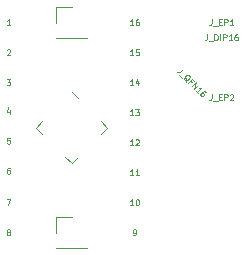
<source format=gbr>
G04 #@! TF.GenerationSoftware,KiCad,Pcbnew,(5.0.0-3-g5ebb6b6)*
G04 #@! TF.CreationDate,2019-03-06T19:57:38+00:00*
G04 #@! TF.ProjectId,QFN16,51464E31362E6B696361645F70636200,rev?*
G04 #@! TF.SameCoordinates,Original*
G04 #@! TF.FileFunction,Legend,Top*
G04 #@! TF.FilePolarity,Positive*
%FSLAX46Y46*%
G04 Gerber Fmt 4.6, Leading zero omitted, Abs format (unit mm)*
G04 Created by KiCad (PCBNEW (5.0.0-3-g5ebb6b6)) date Wednesday, 06 March 2019 at 19:57:38*
%MOMM*%
%LPD*%
G01*
G04 APERTURE LIST*
%ADD10C,0.125000*%
%ADD11C,0.120000*%
%ADD12C,0.050000*%
G04 APERTURE END LIST*
D10*
X143668761Y-56106190D02*
X143383047Y-56106190D01*
X143525904Y-56106190D02*
X143525904Y-55606190D01*
X143478285Y-55677619D01*
X143430666Y-55725238D01*
X143383047Y-55749047D01*
X144097333Y-55606190D02*
X144002095Y-55606190D01*
X143954476Y-55630000D01*
X143930666Y-55653809D01*
X143883047Y-55725238D01*
X143859238Y-55820476D01*
X143859238Y-56010952D01*
X143883047Y-56058571D01*
X143906857Y-56082380D01*
X143954476Y-56106190D01*
X144049714Y-56106190D01*
X144097333Y-56082380D01*
X144121142Y-56058571D01*
X144144952Y-56010952D01*
X144144952Y-55891904D01*
X144121142Y-55844285D01*
X144097333Y-55820476D01*
X144049714Y-55796666D01*
X143954476Y-55796666D01*
X143906857Y-55820476D01*
X143883047Y-55844285D01*
X143859238Y-55891904D01*
X143668761Y-58646190D02*
X143383047Y-58646190D01*
X143525904Y-58646190D02*
X143525904Y-58146190D01*
X143478285Y-58217619D01*
X143430666Y-58265238D01*
X143383047Y-58289047D01*
X144121142Y-58146190D02*
X143883047Y-58146190D01*
X143859238Y-58384285D01*
X143883047Y-58360476D01*
X143930666Y-58336666D01*
X144049714Y-58336666D01*
X144097333Y-58360476D01*
X144121142Y-58384285D01*
X144144952Y-58431904D01*
X144144952Y-58550952D01*
X144121142Y-58598571D01*
X144097333Y-58622380D01*
X144049714Y-58646190D01*
X143930666Y-58646190D01*
X143883047Y-58622380D01*
X143859238Y-58598571D01*
X143668761Y-61186190D02*
X143383047Y-61186190D01*
X143525904Y-61186190D02*
X143525904Y-60686190D01*
X143478285Y-60757619D01*
X143430666Y-60805238D01*
X143383047Y-60829047D01*
X144097333Y-60852857D02*
X144097333Y-61186190D01*
X143978285Y-60662380D02*
X143859238Y-61019523D01*
X144168761Y-61019523D01*
X143668761Y-63726190D02*
X143383047Y-63726190D01*
X143525904Y-63726190D02*
X143525904Y-63226190D01*
X143478285Y-63297619D01*
X143430666Y-63345238D01*
X143383047Y-63369047D01*
X143835428Y-63226190D02*
X144144952Y-63226190D01*
X143978285Y-63416666D01*
X144049714Y-63416666D01*
X144097333Y-63440476D01*
X144121142Y-63464285D01*
X144144952Y-63511904D01*
X144144952Y-63630952D01*
X144121142Y-63678571D01*
X144097333Y-63702380D01*
X144049714Y-63726190D01*
X143906857Y-63726190D01*
X143859238Y-63702380D01*
X143835428Y-63678571D01*
X143668761Y-66266190D02*
X143383047Y-66266190D01*
X143525904Y-66266190D02*
X143525904Y-65766190D01*
X143478285Y-65837619D01*
X143430666Y-65885238D01*
X143383047Y-65909047D01*
X143859238Y-65813809D02*
X143883047Y-65790000D01*
X143930666Y-65766190D01*
X144049714Y-65766190D01*
X144097333Y-65790000D01*
X144121142Y-65813809D01*
X144144952Y-65861428D01*
X144144952Y-65909047D01*
X144121142Y-65980476D01*
X143835428Y-66266190D01*
X144144952Y-66266190D01*
X143668761Y-68806190D02*
X143383047Y-68806190D01*
X143525904Y-68806190D02*
X143525904Y-68306190D01*
X143478285Y-68377619D01*
X143430666Y-68425238D01*
X143383047Y-68449047D01*
X144144952Y-68806190D02*
X143859238Y-68806190D01*
X144002095Y-68806190D02*
X144002095Y-68306190D01*
X143954476Y-68377619D01*
X143906857Y-68425238D01*
X143859238Y-68449047D01*
X143668761Y-71346190D02*
X143383047Y-71346190D01*
X143525904Y-71346190D02*
X143525904Y-70846190D01*
X143478285Y-70917619D01*
X143430666Y-70965238D01*
X143383047Y-70989047D01*
X143978285Y-70846190D02*
X144025904Y-70846190D01*
X144073523Y-70870000D01*
X144097333Y-70893809D01*
X144121142Y-70941428D01*
X144144952Y-71036666D01*
X144144952Y-71155714D01*
X144121142Y-71250952D01*
X144097333Y-71298571D01*
X144073523Y-71322380D01*
X144025904Y-71346190D01*
X143978285Y-71346190D01*
X143930666Y-71322380D01*
X143906857Y-71298571D01*
X143883047Y-71250952D01*
X143859238Y-71155714D01*
X143859238Y-71036666D01*
X143883047Y-70941428D01*
X143906857Y-70893809D01*
X143930666Y-70870000D01*
X143978285Y-70846190D01*
X143668761Y-73886190D02*
X143764000Y-73886190D01*
X143811619Y-73862380D01*
X143835428Y-73838571D01*
X143883047Y-73767142D01*
X143906857Y-73671904D01*
X143906857Y-73481428D01*
X143883047Y-73433809D01*
X143859238Y-73410000D01*
X143811619Y-73386190D01*
X143716380Y-73386190D01*
X143668761Y-73410000D01*
X143644952Y-73433809D01*
X143621142Y-73481428D01*
X143621142Y-73600476D01*
X143644952Y-73648095D01*
X143668761Y-73671904D01*
X143716380Y-73695714D01*
X143811619Y-73695714D01*
X143859238Y-73671904D01*
X143883047Y-73648095D01*
X143906857Y-73600476D01*
X133048380Y-73600476D02*
X133000761Y-73576666D01*
X132976952Y-73552857D01*
X132953142Y-73505238D01*
X132953142Y-73481428D01*
X132976952Y-73433809D01*
X133000761Y-73410000D01*
X133048380Y-73386190D01*
X133143619Y-73386190D01*
X133191238Y-73410000D01*
X133215047Y-73433809D01*
X133238857Y-73481428D01*
X133238857Y-73505238D01*
X133215047Y-73552857D01*
X133191238Y-73576666D01*
X133143619Y-73600476D01*
X133048380Y-73600476D01*
X133000761Y-73624285D01*
X132976952Y-73648095D01*
X132953142Y-73695714D01*
X132953142Y-73790952D01*
X132976952Y-73838571D01*
X133000761Y-73862380D01*
X133048380Y-73886190D01*
X133143619Y-73886190D01*
X133191238Y-73862380D01*
X133215047Y-73838571D01*
X133238857Y-73790952D01*
X133238857Y-73695714D01*
X133215047Y-73648095D01*
X133191238Y-73624285D01*
X133143619Y-73600476D01*
X132929333Y-70846190D02*
X133262666Y-70846190D01*
X133048380Y-71346190D01*
X133191238Y-68179190D02*
X133096000Y-68179190D01*
X133048380Y-68203000D01*
X133024571Y-68226809D01*
X132976952Y-68298238D01*
X132953142Y-68393476D01*
X132953142Y-68583952D01*
X132976952Y-68631571D01*
X133000761Y-68655380D01*
X133048380Y-68679190D01*
X133143619Y-68679190D01*
X133191238Y-68655380D01*
X133215047Y-68631571D01*
X133238857Y-68583952D01*
X133238857Y-68464904D01*
X133215047Y-68417285D01*
X133191238Y-68393476D01*
X133143619Y-68369666D01*
X133048380Y-68369666D01*
X133000761Y-68393476D01*
X132976952Y-68417285D01*
X132953142Y-68464904D01*
X133215047Y-65639190D02*
X132976952Y-65639190D01*
X132953142Y-65877285D01*
X132976952Y-65853476D01*
X133024571Y-65829666D01*
X133143619Y-65829666D01*
X133191238Y-65853476D01*
X133215047Y-65877285D01*
X133238857Y-65924904D01*
X133238857Y-66043952D01*
X133215047Y-66091571D01*
X133191238Y-66115380D01*
X133143619Y-66139190D01*
X133024571Y-66139190D01*
X132976952Y-66115380D01*
X132953142Y-66091571D01*
X133191238Y-63265857D02*
X133191238Y-63599190D01*
X133072190Y-63075380D02*
X132953142Y-63432523D01*
X133262666Y-63432523D01*
X132929333Y-60686190D02*
X133238857Y-60686190D01*
X133072190Y-60876666D01*
X133143619Y-60876666D01*
X133191238Y-60900476D01*
X133215047Y-60924285D01*
X133238857Y-60971904D01*
X133238857Y-61090952D01*
X133215047Y-61138571D01*
X133191238Y-61162380D01*
X133143619Y-61186190D01*
X133000761Y-61186190D01*
X132953142Y-61162380D01*
X132929333Y-61138571D01*
X132953142Y-58193809D02*
X132976952Y-58170000D01*
X133024571Y-58146190D01*
X133143619Y-58146190D01*
X133191238Y-58170000D01*
X133215047Y-58193809D01*
X133238857Y-58241428D01*
X133238857Y-58289047D01*
X133215047Y-58360476D01*
X132929333Y-58646190D01*
X133238857Y-58646190D01*
X133238857Y-56106190D02*
X132953142Y-56106190D01*
X133096000Y-56106190D02*
X133096000Y-55606190D01*
X133048380Y-55677619D01*
X133000761Y-55725238D01*
X132953142Y-55749047D01*
D11*
G04 #@! TO.C,J_EP1*
X137100000Y-57210000D02*
X139760000Y-57210000D01*
X137100000Y-57150000D02*
X137100000Y-57210000D01*
X139760000Y-57150000D02*
X139760000Y-57210000D01*
X137100000Y-57150000D02*
X139760000Y-57150000D01*
X137100000Y-55880000D02*
X137100000Y-54550000D01*
X137100000Y-54550000D02*
X138430000Y-54550000D01*
G04 #@! TO.C,J_EP2*
X137100000Y-72330000D02*
X138430000Y-72330000D01*
X137100000Y-73660000D02*
X137100000Y-72330000D01*
X137100000Y-74930000D02*
X139760000Y-74930000D01*
X139760000Y-74930000D02*
X139760000Y-74990000D01*
X137100000Y-74930000D02*
X137100000Y-74990000D01*
X137100000Y-74990000D02*
X139760000Y-74990000D01*
G04 #@! TO.C,J_QFN16*
X140901338Y-64257348D02*
X141413991Y-64770000D01*
X141413991Y-64770000D02*
X140901338Y-65282652D01*
X135958662Y-65282652D02*
X135446009Y-64770000D01*
X135446009Y-64770000D02*
X135958662Y-64257348D01*
X137917348Y-67241338D02*
X138430000Y-67753991D01*
X138430000Y-67753991D02*
X138942652Y-67241338D01*
X138942652Y-62298662D02*
X138430000Y-61786009D01*
G04 #@! TO.C,J_DIP16*
D12*
X149915714Y-56876190D02*
X149915714Y-57233333D01*
X149891904Y-57304761D01*
X149844285Y-57352380D01*
X149772857Y-57376190D01*
X149725238Y-57376190D01*
X150034761Y-57423809D02*
X150415714Y-57423809D01*
X150534761Y-57376190D02*
X150534761Y-56876190D01*
X150653809Y-56876190D01*
X150725238Y-56900000D01*
X150772857Y-56947619D01*
X150796666Y-56995238D01*
X150820476Y-57090476D01*
X150820476Y-57161904D01*
X150796666Y-57257142D01*
X150772857Y-57304761D01*
X150725238Y-57352380D01*
X150653809Y-57376190D01*
X150534761Y-57376190D01*
X151034761Y-57376190D02*
X151034761Y-56876190D01*
X151272857Y-57376190D02*
X151272857Y-56876190D01*
X151463333Y-56876190D01*
X151510952Y-56900000D01*
X151534761Y-56923809D01*
X151558571Y-56971428D01*
X151558571Y-57042857D01*
X151534761Y-57090476D01*
X151510952Y-57114285D01*
X151463333Y-57138095D01*
X151272857Y-57138095D01*
X152034761Y-57376190D02*
X151749047Y-57376190D01*
X151891904Y-57376190D02*
X151891904Y-56876190D01*
X151844285Y-56947619D01*
X151796666Y-56995238D01*
X151749047Y-57019047D01*
X152463333Y-56876190D02*
X152368095Y-56876190D01*
X152320476Y-56900000D01*
X152296666Y-56923809D01*
X152249047Y-56995238D01*
X152225238Y-57090476D01*
X152225238Y-57280952D01*
X152249047Y-57328571D01*
X152272857Y-57352380D01*
X152320476Y-57376190D01*
X152415714Y-57376190D01*
X152463333Y-57352380D01*
X152487142Y-57328571D01*
X152510952Y-57280952D01*
X152510952Y-57161904D01*
X152487142Y-57114285D01*
X152463333Y-57090476D01*
X152415714Y-57066666D01*
X152320476Y-57066666D01*
X152272857Y-57090476D01*
X152249047Y-57114285D01*
X152225238Y-57161904D01*
G04 #@! TO.C,J_EP1*
X150296666Y-55606190D02*
X150296666Y-55963333D01*
X150272857Y-56034761D01*
X150225238Y-56082380D01*
X150153809Y-56106190D01*
X150106190Y-56106190D01*
X150415714Y-56153809D02*
X150796666Y-56153809D01*
X150915714Y-55844285D02*
X151082380Y-55844285D01*
X151153809Y-56106190D02*
X150915714Y-56106190D01*
X150915714Y-55606190D01*
X151153809Y-55606190D01*
X151368095Y-56106190D02*
X151368095Y-55606190D01*
X151558571Y-55606190D01*
X151606190Y-55630000D01*
X151630000Y-55653809D01*
X151653809Y-55701428D01*
X151653809Y-55772857D01*
X151630000Y-55820476D01*
X151606190Y-55844285D01*
X151558571Y-55868095D01*
X151368095Y-55868095D01*
X152130000Y-56106190D02*
X151844285Y-56106190D01*
X151987142Y-56106190D02*
X151987142Y-55606190D01*
X151939523Y-55677619D01*
X151891904Y-55725238D01*
X151844285Y-55749047D01*
G04 #@! TO.C,J_EP2*
X150296666Y-61956190D02*
X150296666Y-62313333D01*
X150272857Y-62384761D01*
X150225238Y-62432380D01*
X150153809Y-62456190D01*
X150106190Y-62456190D01*
X150415714Y-62503809D02*
X150796666Y-62503809D01*
X150915714Y-62194285D02*
X151082380Y-62194285D01*
X151153809Y-62456190D02*
X150915714Y-62456190D01*
X150915714Y-61956190D01*
X151153809Y-61956190D01*
X151368095Y-62456190D02*
X151368095Y-61956190D01*
X151558571Y-61956190D01*
X151606190Y-61980000D01*
X151630000Y-62003809D01*
X151653809Y-62051428D01*
X151653809Y-62122857D01*
X151630000Y-62170476D01*
X151606190Y-62194285D01*
X151558571Y-62218095D01*
X151368095Y-62218095D01*
X151844285Y-62003809D02*
X151868095Y-61980000D01*
X151915714Y-61956190D01*
X152034761Y-61956190D01*
X152082380Y-61980000D01*
X152106190Y-62003809D01*
X152130000Y-62051428D01*
X152130000Y-62099047D01*
X152106190Y-62170476D01*
X151820476Y-62456190D01*
X152130000Y-62456190D01*
G04 #@! TO.C,J_QFN16*
X147840803Y-59823578D02*
X147588265Y-60076116D01*
X147520921Y-60109788D01*
X147453578Y-60109788D01*
X147386234Y-60076116D01*
X147352563Y-60042444D01*
X147537757Y-60294982D02*
X147807131Y-60564356D01*
X148127013Y-60884238D02*
X148110177Y-60833730D01*
X148110177Y-60766387D01*
X148110177Y-60665372D01*
X148093341Y-60614864D01*
X148059669Y-60581192D01*
X147992326Y-60682208D02*
X147975490Y-60631700D01*
X147975490Y-60564356D01*
X148025998Y-60480177D01*
X148143849Y-60362326D01*
X148228028Y-60311818D01*
X148295372Y-60311818D01*
X148345879Y-60328654D01*
X148413223Y-60395998D01*
X148430059Y-60446505D01*
X148430059Y-60513849D01*
X148379551Y-60598028D01*
X148261700Y-60715879D01*
X148177521Y-60766387D01*
X148110177Y-60766387D01*
X148059669Y-60749551D01*
X147992326Y-60682208D01*
X148598417Y-60917910D02*
X148480566Y-60800059D01*
X148295372Y-60985253D02*
X148648925Y-60631700D01*
X148817284Y-60800059D01*
X148598417Y-61288299D02*
X148951971Y-60934746D01*
X148800448Y-61490330D01*
X149154001Y-61136776D01*
X149154001Y-61843883D02*
X148951971Y-61641852D01*
X149052986Y-61742868D02*
X149406539Y-61389314D01*
X149322360Y-61406150D01*
X149255017Y-61406150D01*
X149204509Y-61389314D01*
X149810600Y-61793375D02*
X149743257Y-61726032D01*
X149692749Y-61709196D01*
X149659078Y-61709196D01*
X149574898Y-61726032D01*
X149490719Y-61776539D01*
X149356032Y-61911226D01*
X149339196Y-61961734D01*
X149339196Y-61995406D01*
X149356032Y-62045913D01*
X149423375Y-62113257D01*
X149473883Y-62130093D01*
X149507555Y-62130093D01*
X149558062Y-62113257D01*
X149642242Y-62029078D01*
X149659078Y-61978570D01*
X149659078Y-61944898D01*
X149642242Y-61894391D01*
X149574898Y-61827047D01*
X149524391Y-61810211D01*
X149490719Y-61810211D01*
X149440211Y-61827047D01*
G04 #@! TD*
M02*

</source>
